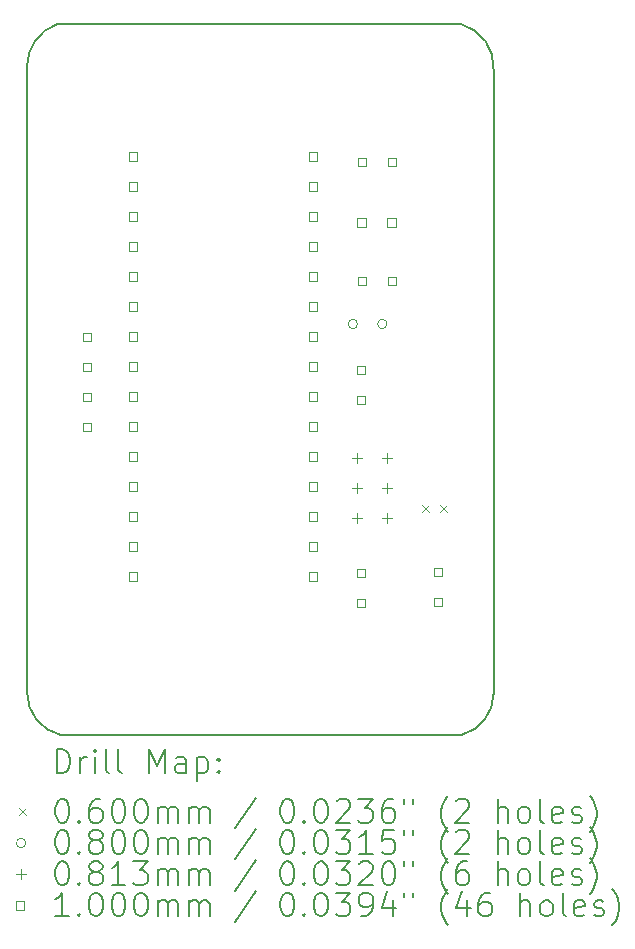
<source format=gbr>
%TF.GenerationSoftware,KiCad,Pcbnew,7.0.7*%
%TF.CreationDate,2023-10-16T17:53:01+02:00*%
%TF.ProjectId,arduino-nano-line-follower,61726475-696e-46f2-9d6e-616e6f2d6c69,0*%
%TF.SameCoordinates,Original*%
%TF.FileFunction,Drillmap*%
%TF.FilePolarity,Positive*%
%FSLAX45Y45*%
G04 Gerber Fmt 4.5, Leading zero omitted, Abs format (unit mm)*
G04 Created by KiCad (PCBNEW 7.0.7) date 2023-10-16 17:53:01*
%MOMM*%
%LPD*%
G01*
G04 APERTURE LIST*
%ADD10C,0.200000*%
%ADD11C,0.060000*%
%ADD12C,0.080000*%
%ADD13C,0.081280*%
%ADD14C,0.100000*%
G04 APERTURE END LIST*
D10*
X8709833Y-3479500D02*
G75*
G03*
X8450000Y-3840000I120167J-360500D01*
G01*
X8450000Y-9140000D02*
G75*
G03*
X8738504Y-9500913I370000J0D01*
G01*
X12129956Y-9498580D02*
G75*
G03*
X12400000Y-9150000I-89956J348580D01*
G01*
X8738504Y-9500913D02*
X12129956Y-9498580D01*
X8450000Y-3840000D02*
X8450000Y-9140000D01*
X12400000Y-3860000D02*
G75*
G03*
X12129173Y-3482978I-370000J20000D01*
G01*
X12400000Y-9150000D02*
X12400000Y-3860000D01*
X12129173Y-3482978D02*
X8709833Y-3479500D01*
D11*
X11795000Y-7556000D02*
X11855000Y-7616000D01*
X11855000Y-7556000D02*
X11795000Y-7616000D01*
X11945000Y-7556000D02*
X12005000Y-7616000D01*
X12005000Y-7556000D02*
X11945000Y-7616000D01*
D12*
X11248500Y-6020000D02*
G75*
G03*
X11248500Y-6020000I-40000J0D01*
G01*
X11498500Y-6020000D02*
G75*
G03*
X11498500Y-6020000I-40000J0D01*
G01*
D13*
X11246000Y-7115360D02*
X11246000Y-7196640D01*
X11205360Y-7156000D02*
X11286640Y-7156000D01*
X11246000Y-7369360D02*
X11246000Y-7450640D01*
X11205360Y-7410000D02*
X11286640Y-7410000D01*
X11246000Y-7623360D02*
X11246000Y-7704640D01*
X11205360Y-7664000D02*
X11286640Y-7664000D01*
X11500000Y-7115360D02*
X11500000Y-7196640D01*
X11459360Y-7156000D02*
X11540640Y-7156000D01*
X11500000Y-7369360D02*
X11500000Y-7450640D01*
X11459360Y-7410000D02*
X11540640Y-7410000D01*
X11500000Y-7623360D02*
X11500000Y-7704640D01*
X11459360Y-7664000D02*
X11540640Y-7664000D01*
D14*
X8995356Y-6165356D02*
X8995356Y-6094644D01*
X8924644Y-6094644D01*
X8924644Y-6165356D01*
X8995356Y-6165356D01*
X8995356Y-6419356D02*
X8995356Y-6348644D01*
X8924644Y-6348644D01*
X8924644Y-6419356D01*
X8995356Y-6419356D01*
X8995356Y-6673356D02*
X8995356Y-6602644D01*
X8924644Y-6602644D01*
X8924644Y-6673356D01*
X8995356Y-6673356D01*
X8995356Y-6927356D02*
X8995356Y-6856644D01*
X8924644Y-6856644D01*
X8924644Y-6927356D01*
X8995356Y-6927356D01*
X9381356Y-4637356D02*
X9381356Y-4566644D01*
X9310644Y-4566644D01*
X9310644Y-4637356D01*
X9381356Y-4637356D01*
X9381356Y-4891356D02*
X9381356Y-4820644D01*
X9310644Y-4820644D01*
X9310644Y-4891356D01*
X9381356Y-4891356D01*
X9381356Y-5145356D02*
X9381356Y-5074644D01*
X9310644Y-5074644D01*
X9310644Y-5145356D01*
X9381356Y-5145356D01*
X9381356Y-5399356D02*
X9381356Y-5328644D01*
X9310644Y-5328644D01*
X9310644Y-5399356D01*
X9381356Y-5399356D01*
X9381356Y-5653356D02*
X9381356Y-5582644D01*
X9310644Y-5582644D01*
X9310644Y-5653356D01*
X9381356Y-5653356D01*
X9381356Y-5907356D02*
X9381356Y-5836644D01*
X9310644Y-5836644D01*
X9310644Y-5907356D01*
X9381356Y-5907356D01*
X9381356Y-6161356D02*
X9381356Y-6090644D01*
X9310644Y-6090644D01*
X9310644Y-6161356D01*
X9381356Y-6161356D01*
X9381356Y-6415356D02*
X9381356Y-6344644D01*
X9310644Y-6344644D01*
X9310644Y-6415356D01*
X9381356Y-6415356D01*
X9381356Y-6669356D02*
X9381356Y-6598644D01*
X9310644Y-6598644D01*
X9310644Y-6669356D01*
X9381356Y-6669356D01*
X9381356Y-6923356D02*
X9381356Y-6852644D01*
X9310644Y-6852644D01*
X9310644Y-6923356D01*
X9381356Y-6923356D01*
X9381356Y-7177356D02*
X9381356Y-7106644D01*
X9310644Y-7106644D01*
X9310644Y-7177356D01*
X9381356Y-7177356D01*
X9381356Y-7431356D02*
X9381356Y-7360644D01*
X9310644Y-7360644D01*
X9310644Y-7431356D01*
X9381356Y-7431356D01*
X9381356Y-7685356D02*
X9381356Y-7614644D01*
X9310644Y-7614644D01*
X9310644Y-7685356D01*
X9381356Y-7685356D01*
X9381356Y-7939356D02*
X9381356Y-7868644D01*
X9310644Y-7868644D01*
X9310644Y-7939356D01*
X9381356Y-7939356D01*
X9381356Y-8193356D02*
X9381356Y-8122644D01*
X9310644Y-8122644D01*
X9310644Y-8193356D01*
X9381356Y-8193356D01*
X10905356Y-4637356D02*
X10905356Y-4566644D01*
X10834644Y-4566644D01*
X10834644Y-4637356D01*
X10905356Y-4637356D01*
X10905356Y-4891356D02*
X10905356Y-4820644D01*
X10834644Y-4820644D01*
X10834644Y-4891356D01*
X10905356Y-4891356D01*
X10905356Y-5145356D02*
X10905356Y-5074644D01*
X10834644Y-5074644D01*
X10834644Y-5145356D01*
X10905356Y-5145356D01*
X10905356Y-5399356D02*
X10905356Y-5328644D01*
X10834644Y-5328644D01*
X10834644Y-5399356D01*
X10905356Y-5399356D01*
X10905356Y-5653356D02*
X10905356Y-5582644D01*
X10834644Y-5582644D01*
X10834644Y-5653356D01*
X10905356Y-5653356D01*
X10905356Y-5907356D02*
X10905356Y-5836644D01*
X10834644Y-5836644D01*
X10834644Y-5907356D01*
X10905356Y-5907356D01*
X10905356Y-6161356D02*
X10905356Y-6090644D01*
X10834644Y-6090644D01*
X10834644Y-6161356D01*
X10905356Y-6161356D01*
X10905356Y-6415356D02*
X10905356Y-6344644D01*
X10834644Y-6344644D01*
X10834644Y-6415356D01*
X10905356Y-6415356D01*
X10905356Y-6669356D02*
X10905356Y-6598644D01*
X10834644Y-6598644D01*
X10834644Y-6669356D01*
X10905356Y-6669356D01*
X10905356Y-6923356D02*
X10905356Y-6852644D01*
X10834644Y-6852644D01*
X10834644Y-6923356D01*
X10905356Y-6923356D01*
X10905356Y-7177356D02*
X10905356Y-7106644D01*
X10834644Y-7106644D01*
X10834644Y-7177356D01*
X10905356Y-7177356D01*
X10905356Y-7431356D02*
X10905356Y-7360644D01*
X10834644Y-7360644D01*
X10834644Y-7431356D01*
X10905356Y-7431356D01*
X10905356Y-7685356D02*
X10905356Y-7614644D01*
X10834644Y-7614644D01*
X10834644Y-7685356D01*
X10905356Y-7685356D01*
X10905356Y-7939356D02*
X10905356Y-7868644D01*
X10834644Y-7868644D01*
X10834644Y-7939356D01*
X10905356Y-7939356D01*
X10905356Y-8193356D02*
X10905356Y-8122644D01*
X10834644Y-8122644D01*
X10834644Y-8193356D01*
X10905356Y-8193356D01*
X11315356Y-6445356D02*
X11315356Y-6374644D01*
X11244644Y-6374644D01*
X11244644Y-6445356D01*
X11315356Y-6445356D01*
X11315356Y-6699356D02*
X11315356Y-6628644D01*
X11244644Y-6628644D01*
X11244644Y-6699356D01*
X11315356Y-6699356D01*
X11315356Y-8165356D02*
X11315356Y-8094644D01*
X11244644Y-8094644D01*
X11244644Y-8165356D01*
X11315356Y-8165356D01*
X11315356Y-8419356D02*
X11315356Y-8348644D01*
X11244644Y-8348644D01*
X11244644Y-8419356D01*
X11315356Y-8419356D01*
X11317856Y-5195356D02*
X11317856Y-5124644D01*
X11247144Y-5124644D01*
X11247144Y-5195356D01*
X11317856Y-5195356D01*
X11320356Y-4682856D02*
X11320356Y-4612144D01*
X11249644Y-4612144D01*
X11249644Y-4682856D01*
X11320356Y-4682856D01*
X11321356Y-5692856D02*
X11321356Y-5622144D01*
X11250644Y-5622144D01*
X11250644Y-5692856D01*
X11321356Y-5692856D01*
X11571856Y-5195356D02*
X11571856Y-5124644D01*
X11501144Y-5124644D01*
X11501144Y-5195356D01*
X11571856Y-5195356D01*
X11574356Y-4682856D02*
X11574356Y-4612144D01*
X11503644Y-4612144D01*
X11503644Y-4682856D01*
X11574356Y-4682856D01*
X11575356Y-5692856D02*
X11575356Y-5622144D01*
X11504644Y-5622144D01*
X11504644Y-5692856D01*
X11575356Y-5692856D01*
X11965356Y-8155356D02*
X11965356Y-8084644D01*
X11894644Y-8084644D01*
X11894644Y-8155356D01*
X11965356Y-8155356D01*
X11965356Y-8409356D02*
X11965356Y-8338644D01*
X11894644Y-8338644D01*
X11894644Y-8409356D01*
X11965356Y-8409356D01*
D10*
X8700777Y-9822397D02*
X8700777Y-9622397D01*
X8700777Y-9622397D02*
X8748396Y-9622397D01*
X8748396Y-9622397D02*
X8776967Y-9631921D01*
X8776967Y-9631921D02*
X8796015Y-9650968D01*
X8796015Y-9650968D02*
X8805539Y-9670016D01*
X8805539Y-9670016D02*
X8815063Y-9708111D01*
X8815063Y-9708111D02*
X8815063Y-9736683D01*
X8815063Y-9736683D02*
X8805539Y-9774778D01*
X8805539Y-9774778D02*
X8796015Y-9793826D01*
X8796015Y-9793826D02*
X8776967Y-9812873D01*
X8776967Y-9812873D02*
X8748396Y-9822397D01*
X8748396Y-9822397D02*
X8700777Y-9822397D01*
X8900777Y-9822397D02*
X8900777Y-9689064D01*
X8900777Y-9727159D02*
X8910301Y-9708111D01*
X8910301Y-9708111D02*
X8919824Y-9698587D01*
X8919824Y-9698587D02*
X8938872Y-9689064D01*
X8938872Y-9689064D02*
X8957920Y-9689064D01*
X9024586Y-9822397D02*
X9024586Y-9689064D01*
X9024586Y-9622397D02*
X9015063Y-9631921D01*
X9015063Y-9631921D02*
X9024586Y-9641445D01*
X9024586Y-9641445D02*
X9034110Y-9631921D01*
X9034110Y-9631921D02*
X9024586Y-9622397D01*
X9024586Y-9622397D02*
X9024586Y-9641445D01*
X9148396Y-9822397D02*
X9129348Y-9812873D01*
X9129348Y-9812873D02*
X9119824Y-9793826D01*
X9119824Y-9793826D02*
X9119824Y-9622397D01*
X9253158Y-9822397D02*
X9234110Y-9812873D01*
X9234110Y-9812873D02*
X9224586Y-9793826D01*
X9224586Y-9793826D02*
X9224586Y-9622397D01*
X9481729Y-9822397D02*
X9481729Y-9622397D01*
X9481729Y-9622397D02*
X9548396Y-9765254D01*
X9548396Y-9765254D02*
X9615063Y-9622397D01*
X9615063Y-9622397D02*
X9615063Y-9822397D01*
X9796015Y-9822397D02*
X9796015Y-9717635D01*
X9796015Y-9717635D02*
X9786491Y-9698587D01*
X9786491Y-9698587D02*
X9767444Y-9689064D01*
X9767444Y-9689064D02*
X9729348Y-9689064D01*
X9729348Y-9689064D02*
X9710301Y-9698587D01*
X9796015Y-9812873D02*
X9776967Y-9822397D01*
X9776967Y-9822397D02*
X9729348Y-9822397D01*
X9729348Y-9822397D02*
X9710301Y-9812873D01*
X9710301Y-9812873D02*
X9700777Y-9793826D01*
X9700777Y-9793826D02*
X9700777Y-9774778D01*
X9700777Y-9774778D02*
X9710301Y-9755730D01*
X9710301Y-9755730D02*
X9729348Y-9746207D01*
X9729348Y-9746207D02*
X9776967Y-9746207D01*
X9776967Y-9746207D02*
X9796015Y-9736683D01*
X9891253Y-9689064D02*
X9891253Y-9889064D01*
X9891253Y-9698587D02*
X9910301Y-9689064D01*
X9910301Y-9689064D02*
X9948396Y-9689064D01*
X9948396Y-9689064D02*
X9967444Y-9698587D01*
X9967444Y-9698587D02*
X9976967Y-9708111D01*
X9976967Y-9708111D02*
X9986491Y-9727159D01*
X9986491Y-9727159D02*
X9986491Y-9784302D01*
X9986491Y-9784302D02*
X9976967Y-9803349D01*
X9976967Y-9803349D02*
X9967444Y-9812873D01*
X9967444Y-9812873D02*
X9948396Y-9822397D01*
X9948396Y-9822397D02*
X9910301Y-9822397D01*
X9910301Y-9822397D02*
X9891253Y-9812873D01*
X10072205Y-9803349D02*
X10081729Y-9812873D01*
X10081729Y-9812873D02*
X10072205Y-9822397D01*
X10072205Y-9822397D02*
X10062682Y-9812873D01*
X10062682Y-9812873D02*
X10072205Y-9803349D01*
X10072205Y-9803349D02*
X10072205Y-9822397D01*
X10072205Y-9698587D02*
X10081729Y-9708111D01*
X10081729Y-9708111D02*
X10072205Y-9717635D01*
X10072205Y-9717635D02*
X10062682Y-9708111D01*
X10062682Y-9708111D02*
X10072205Y-9698587D01*
X10072205Y-9698587D02*
X10072205Y-9717635D01*
D11*
X8380000Y-10120913D02*
X8440000Y-10180913D01*
X8440000Y-10120913D02*
X8380000Y-10180913D01*
D10*
X8738872Y-10042397D02*
X8757920Y-10042397D01*
X8757920Y-10042397D02*
X8776967Y-10051921D01*
X8776967Y-10051921D02*
X8786491Y-10061445D01*
X8786491Y-10061445D02*
X8796015Y-10080492D01*
X8796015Y-10080492D02*
X8805539Y-10118587D01*
X8805539Y-10118587D02*
X8805539Y-10166207D01*
X8805539Y-10166207D02*
X8796015Y-10204302D01*
X8796015Y-10204302D02*
X8786491Y-10223349D01*
X8786491Y-10223349D02*
X8776967Y-10232873D01*
X8776967Y-10232873D02*
X8757920Y-10242397D01*
X8757920Y-10242397D02*
X8738872Y-10242397D01*
X8738872Y-10242397D02*
X8719824Y-10232873D01*
X8719824Y-10232873D02*
X8710301Y-10223349D01*
X8710301Y-10223349D02*
X8700777Y-10204302D01*
X8700777Y-10204302D02*
X8691253Y-10166207D01*
X8691253Y-10166207D02*
X8691253Y-10118587D01*
X8691253Y-10118587D02*
X8700777Y-10080492D01*
X8700777Y-10080492D02*
X8710301Y-10061445D01*
X8710301Y-10061445D02*
X8719824Y-10051921D01*
X8719824Y-10051921D02*
X8738872Y-10042397D01*
X8891253Y-10223349D02*
X8900777Y-10232873D01*
X8900777Y-10232873D02*
X8891253Y-10242397D01*
X8891253Y-10242397D02*
X8881729Y-10232873D01*
X8881729Y-10232873D02*
X8891253Y-10223349D01*
X8891253Y-10223349D02*
X8891253Y-10242397D01*
X9072205Y-10042397D02*
X9034110Y-10042397D01*
X9034110Y-10042397D02*
X9015063Y-10051921D01*
X9015063Y-10051921D02*
X9005539Y-10061445D01*
X9005539Y-10061445D02*
X8986491Y-10090016D01*
X8986491Y-10090016D02*
X8976967Y-10128111D01*
X8976967Y-10128111D02*
X8976967Y-10204302D01*
X8976967Y-10204302D02*
X8986491Y-10223349D01*
X8986491Y-10223349D02*
X8996015Y-10232873D01*
X8996015Y-10232873D02*
X9015063Y-10242397D01*
X9015063Y-10242397D02*
X9053158Y-10242397D01*
X9053158Y-10242397D02*
X9072205Y-10232873D01*
X9072205Y-10232873D02*
X9081729Y-10223349D01*
X9081729Y-10223349D02*
X9091253Y-10204302D01*
X9091253Y-10204302D02*
X9091253Y-10156683D01*
X9091253Y-10156683D02*
X9081729Y-10137635D01*
X9081729Y-10137635D02*
X9072205Y-10128111D01*
X9072205Y-10128111D02*
X9053158Y-10118587D01*
X9053158Y-10118587D02*
X9015063Y-10118587D01*
X9015063Y-10118587D02*
X8996015Y-10128111D01*
X8996015Y-10128111D02*
X8986491Y-10137635D01*
X8986491Y-10137635D02*
X8976967Y-10156683D01*
X9215063Y-10042397D02*
X9234110Y-10042397D01*
X9234110Y-10042397D02*
X9253158Y-10051921D01*
X9253158Y-10051921D02*
X9262682Y-10061445D01*
X9262682Y-10061445D02*
X9272205Y-10080492D01*
X9272205Y-10080492D02*
X9281729Y-10118587D01*
X9281729Y-10118587D02*
X9281729Y-10166207D01*
X9281729Y-10166207D02*
X9272205Y-10204302D01*
X9272205Y-10204302D02*
X9262682Y-10223349D01*
X9262682Y-10223349D02*
X9253158Y-10232873D01*
X9253158Y-10232873D02*
X9234110Y-10242397D01*
X9234110Y-10242397D02*
X9215063Y-10242397D01*
X9215063Y-10242397D02*
X9196015Y-10232873D01*
X9196015Y-10232873D02*
X9186491Y-10223349D01*
X9186491Y-10223349D02*
X9176967Y-10204302D01*
X9176967Y-10204302D02*
X9167444Y-10166207D01*
X9167444Y-10166207D02*
X9167444Y-10118587D01*
X9167444Y-10118587D02*
X9176967Y-10080492D01*
X9176967Y-10080492D02*
X9186491Y-10061445D01*
X9186491Y-10061445D02*
X9196015Y-10051921D01*
X9196015Y-10051921D02*
X9215063Y-10042397D01*
X9405539Y-10042397D02*
X9424586Y-10042397D01*
X9424586Y-10042397D02*
X9443634Y-10051921D01*
X9443634Y-10051921D02*
X9453158Y-10061445D01*
X9453158Y-10061445D02*
X9462682Y-10080492D01*
X9462682Y-10080492D02*
X9472205Y-10118587D01*
X9472205Y-10118587D02*
X9472205Y-10166207D01*
X9472205Y-10166207D02*
X9462682Y-10204302D01*
X9462682Y-10204302D02*
X9453158Y-10223349D01*
X9453158Y-10223349D02*
X9443634Y-10232873D01*
X9443634Y-10232873D02*
X9424586Y-10242397D01*
X9424586Y-10242397D02*
X9405539Y-10242397D01*
X9405539Y-10242397D02*
X9386491Y-10232873D01*
X9386491Y-10232873D02*
X9376967Y-10223349D01*
X9376967Y-10223349D02*
X9367444Y-10204302D01*
X9367444Y-10204302D02*
X9357920Y-10166207D01*
X9357920Y-10166207D02*
X9357920Y-10118587D01*
X9357920Y-10118587D02*
X9367444Y-10080492D01*
X9367444Y-10080492D02*
X9376967Y-10061445D01*
X9376967Y-10061445D02*
X9386491Y-10051921D01*
X9386491Y-10051921D02*
X9405539Y-10042397D01*
X9557920Y-10242397D02*
X9557920Y-10109064D01*
X9557920Y-10128111D02*
X9567444Y-10118587D01*
X9567444Y-10118587D02*
X9586491Y-10109064D01*
X9586491Y-10109064D02*
X9615063Y-10109064D01*
X9615063Y-10109064D02*
X9634110Y-10118587D01*
X9634110Y-10118587D02*
X9643634Y-10137635D01*
X9643634Y-10137635D02*
X9643634Y-10242397D01*
X9643634Y-10137635D02*
X9653158Y-10118587D01*
X9653158Y-10118587D02*
X9672205Y-10109064D01*
X9672205Y-10109064D02*
X9700777Y-10109064D01*
X9700777Y-10109064D02*
X9719825Y-10118587D01*
X9719825Y-10118587D02*
X9729348Y-10137635D01*
X9729348Y-10137635D02*
X9729348Y-10242397D01*
X9824586Y-10242397D02*
X9824586Y-10109064D01*
X9824586Y-10128111D02*
X9834110Y-10118587D01*
X9834110Y-10118587D02*
X9853158Y-10109064D01*
X9853158Y-10109064D02*
X9881729Y-10109064D01*
X9881729Y-10109064D02*
X9900777Y-10118587D01*
X9900777Y-10118587D02*
X9910301Y-10137635D01*
X9910301Y-10137635D02*
X9910301Y-10242397D01*
X9910301Y-10137635D02*
X9919825Y-10118587D01*
X9919825Y-10118587D02*
X9938872Y-10109064D01*
X9938872Y-10109064D02*
X9967444Y-10109064D01*
X9967444Y-10109064D02*
X9986491Y-10118587D01*
X9986491Y-10118587D02*
X9996015Y-10137635D01*
X9996015Y-10137635D02*
X9996015Y-10242397D01*
X10386491Y-10032873D02*
X10215063Y-10290016D01*
X10643634Y-10042397D02*
X10662682Y-10042397D01*
X10662682Y-10042397D02*
X10681729Y-10051921D01*
X10681729Y-10051921D02*
X10691253Y-10061445D01*
X10691253Y-10061445D02*
X10700777Y-10080492D01*
X10700777Y-10080492D02*
X10710301Y-10118587D01*
X10710301Y-10118587D02*
X10710301Y-10166207D01*
X10710301Y-10166207D02*
X10700777Y-10204302D01*
X10700777Y-10204302D02*
X10691253Y-10223349D01*
X10691253Y-10223349D02*
X10681729Y-10232873D01*
X10681729Y-10232873D02*
X10662682Y-10242397D01*
X10662682Y-10242397D02*
X10643634Y-10242397D01*
X10643634Y-10242397D02*
X10624587Y-10232873D01*
X10624587Y-10232873D02*
X10615063Y-10223349D01*
X10615063Y-10223349D02*
X10605539Y-10204302D01*
X10605539Y-10204302D02*
X10596015Y-10166207D01*
X10596015Y-10166207D02*
X10596015Y-10118587D01*
X10596015Y-10118587D02*
X10605539Y-10080492D01*
X10605539Y-10080492D02*
X10615063Y-10061445D01*
X10615063Y-10061445D02*
X10624587Y-10051921D01*
X10624587Y-10051921D02*
X10643634Y-10042397D01*
X10796015Y-10223349D02*
X10805539Y-10232873D01*
X10805539Y-10232873D02*
X10796015Y-10242397D01*
X10796015Y-10242397D02*
X10786491Y-10232873D01*
X10786491Y-10232873D02*
X10796015Y-10223349D01*
X10796015Y-10223349D02*
X10796015Y-10242397D01*
X10929348Y-10042397D02*
X10948396Y-10042397D01*
X10948396Y-10042397D02*
X10967444Y-10051921D01*
X10967444Y-10051921D02*
X10976968Y-10061445D01*
X10976968Y-10061445D02*
X10986491Y-10080492D01*
X10986491Y-10080492D02*
X10996015Y-10118587D01*
X10996015Y-10118587D02*
X10996015Y-10166207D01*
X10996015Y-10166207D02*
X10986491Y-10204302D01*
X10986491Y-10204302D02*
X10976968Y-10223349D01*
X10976968Y-10223349D02*
X10967444Y-10232873D01*
X10967444Y-10232873D02*
X10948396Y-10242397D01*
X10948396Y-10242397D02*
X10929348Y-10242397D01*
X10929348Y-10242397D02*
X10910301Y-10232873D01*
X10910301Y-10232873D02*
X10900777Y-10223349D01*
X10900777Y-10223349D02*
X10891253Y-10204302D01*
X10891253Y-10204302D02*
X10881729Y-10166207D01*
X10881729Y-10166207D02*
X10881729Y-10118587D01*
X10881729Y-10118587D02*
X10891253Y-10080492D01*
X10891253Y-10080492D02*
X10900777Y-10061445D01*
X10900777Y-10061445D02*
X10910301Y-10051921D01*
X10910301Y-10051921D02*
X10929348Y-10042397D01*
X11072206Y-10061445D02*
X11081729Y-10051921D01*
X11081729Y-10051921D02*
X11100777Y-10042397D01*
X11100777Y-10042397D02*
X11148396Y-10042397D01*
X11148396Y-10042397D02*
X11167444Y-10051921D01*
X11167444Y-10051921D02*
X11176968Y-10061445D01*
X11176968Y-10061445D02*
X11186491Y-10080492D01*
X11186491Y-10080492D02*
X11186491Y-10099540D01*
X11186491Y-10099540D02*
X11176968Y-10128111D01*
X11176968Y-10128111D02*
X11062682Y-10242397D01*
X11062682Y-10242397D02*
X11186491Y-10242397D01*
X11253158Y-10042397D02*
X11376967Y-10042397D01*
X11376967Y-10042397D02*
X11310301Y-10118587D01*
X11310301Y-10118587D02*
X11338872Y-10118587D01*
X11338872Y-10118587D02*
X11357920Y-10128111D01*
X11357920Y-10128111D02*
X11367444Y-10137635D01*
X11367444Y-10137635D02*
X11376967Y-10156683D01*
X11376967Y-10156683D02*
X11376967Y-10204302D01*
X11376967Y-10204302D02*
X11367444Y-10223349D01*
X11367444Y-10223349D02*
X11357920Y-10232873D01*
X11357920Y-10232873D02*
X11338872Y-10242397D01*
X11338872Y-10242397D02*
X11281729Y-10242397D01*
X11281729Y-10242397D02*
X11262682Y-10232873D01*
X11262682Y-10232873D02*
X11253158Y-10223349D01*
X11548396Y-10042397D02*
X11510301Y-10042397D01*
X11510301Y-10042397D02*
X11491253Y-10051921D01*
X11491253Y-10051921D02*
X11481729Y-10061445D01*
X11481729Y-10061445D02*
X11462682Y-10090016D01*
X11462682Y-10090016D02*
X11453158Y-10128111D01*
X11453158Y-10128111D02*
X11453158Y-10204302D01*
X11453158Y-10204302D02*
X11462682Y-10223349D01*
X11462682Y-10223349D02*
X11472206Y-10232873D01*
X11472206Y-10232873D02*
X11491253Y-10242397D01*
X11491253Y-10242397D02*
X11529348Y-10242397D01*
X11529348Y-10242397D02*
X11548396Y-10232873D01*
X11548396Y-10232873D02*
X11557920Y-10223349D01*
X11557920Y-10223349D02*
X11567444Y-10204302D01*
X11567444Y-10204302D02*
X11567444Y-10156683D01*
X11567444Y-10156683D02*
X11557920Y-10137635D01*
X11557920Y-10137635D02*
X11548396Y-10128111D01*
X11548396Y-10128111D02*
X11529348Y-10118587D01*
X11529348Y-10118587D02*
X11491253Y-10118587D01*
X11491253Y-10118587D02*
X11472206Y-10128111D01*
X11472206Y-10128111D02*
X11462682Y-10137635D01*
X11462682Y-10137635D02*
X11453158Y-10156683D01*
X11643634Y-10042397D02*
X11643634Y-10080492D01*
X11719825Y-10042397D02*
X11719825Y-10080492D01*
X12015063Y-10318587D02*
X12005539Y-10309064D01*
X12005539Y-10309064D02*
X11986491Y-10280492D01*
X11986491Y-10280492D02*
X11976968Y-10261445D01*
X11976968Y-10261445D02*
X11967444Y-10232873D01*
X11967444Y-10232873D02*
X11957920Y-10185254D01*
X11957920Y-10185254D02*
X11957920Y-10147159D01*
X11957920Y-10147159D02*
X11967444Y-10099540D01*
X11967444Y-10099540D02*
X11976968Y-10070968D01*
X11976968Y-10070968D02*
X11986491Y-10051921D01*
X11986491Y-10051921D02*
X12005539Y-10023349D01*
X12005539Y-10023349D02*
X12015063Y-10013826D01*
X12081729Y-10061445D02*
X12091253Y-10051921D01*
X12091253Y-10051921D02*
X12110301Y-10042397D01*
X12110301Y-10042397D02*
X12157920Y-10042397D01*
X12157920Y-10042397D02*
X12176968Y-10051921D01*
X12176968Y-10051921D02*
X12186491Y-10061445D01*
X12186491Y-10061445D02*
X12196015Y-10080492D01*
X12196015Y-10080492D02*
X12196015Y-10099540D01*
X12196015Y-10099540D02*
X12186491Y-10128111D01*
X12186491Y-10128111D02*
X12072206Y-10242397D01*
X12072206Y-10242397D02*
X12196015Y-10242397D01*
X12434110Y-10242397D02*
X12434110Y-10042397D01*
X12519825Y-10242397D02*
X12519825Y-10137635D01*
X12519825Y-10137635D02*
X12510301Y-10118587D01*
X12510301Y-10118587D02*
X12491253Y-10109064D01*
X12491253Y-10109064D02*
X12462682Y-10109064D01*
X12462682Y-10109064D02*
X12443634Y-10118587D01*
X12443634Y-10118587D02*
X12434110Y-10128111D01*
X12643634Y-10242397D02*
X12624587Y-10232873D01*
X12624587Y-10232873D02*
X12615063Y-10223349D01*
X12615063Y-10223349D02*
X12605539Y-10204302D01*
X12605539Y-10204302D02*
X12605539Y-10147159D01*
X12605539Y-10147159D02*
X12615063Y-10128111D01*
X12615063Y-10128111D02*
X12624587Y-10118587D01*
X12624587Y-10118587D02*
X12643634Y-10109064D01*
X12643634Y-10109064D02*
X12672206Y-10109064D01*
X12672206Y-10109064D02*
X12691253Y-10118587D01*
X12691253Y-10118587D02*
X12700777Y-10128111D01*
X12700777Y-10128111D02*
X12710301Y-10147159D01*
X12710301Y-10147159D02*
X12710301Y-10204302D01*
X12710301Y-10204302D02*
X12700777Y-10223349D01*
X12700777Y-10223349D02*
X12691253Y-10232873D01*
X12691253Y-10232873D02*
X12672206Y-10242397D01*
X12672206Y-10242397D02*
X12643634Y-10242397D01*
X12824587Y-10242397D02*
X12805539Y-10232873D01*
X12805539Y-10232873D02*
X12796015Y-10213826D01*
X12796015Y-10213826D02*
X12796015Y-10042397D01*
X12976968Y-10232873D02*
X12957920Y-10242397D01*
X12957920Y-10242397D02*
X12919825Y-10242397D01*
X12919825Y-10242397D02*
X12900777Y-10232873D01*
X12900777Y-10232873D02*
X12891253Y-10213826D01*
X12891253Y-10213826D02*
X12891253Y-10137635D01*
X12891253Y-10137635D02*
X12900777Y-10118587D01*
X12900777Y-10118587D02*
X12919825Y-10109064D01*
X12919825Y-10109064D02*
X12957920Y-10109064D01*
X12957920Y-10109064D02*
X12976968Y-10118587D01*
X12976968Y-10118587D02*
X12986491Y-10137635D01*
X12986491Y-10137635D02*
X12986491Y-10156683D01*
X12986491Y-10156683D02*
X12891253Y-10175730D01*
X13062682Y-10232873D02*
X13081730Y-10242397D01*
X13081730Y-10242397D02*
X13119825Y-10242397D01*
X13119825Y-10242397D02*
X13138872Y-10232873D01*
X13138872Y-10232873D02*
X13148396Y-10213826D01*
X13148396Y-10213826D02*
X13148396Y-10204302D01*
X13148396Y-10204302D02*
X13138872Y-10185254D01*
X13138872Y-10185254D02*
X13119825Y-10175730D01*
X13119825Y-10175730D02*
X13091253Y-10175730D01*
X13091253Y-10175730D02*
X13072206Y-10166207D01*
X13072206Y-10166207D02*
X13062682Y-10147159D01*
X13062682Y-10147159D02*
X13062682Y-10137635D01*
X13062682Y-10137635D02*
X13072206Y-10118587D01*
X13072206Y-10118587D02*
X13091253Y-10109064D01*
X13091253Y-10109064D02*
X13119825Y-10109064D01*
X13119825Y-10109064D02*
X13138872Y-10118587D01*
X13215063Y-10318587D02*
X13224587Y-10309064D01*
X13224587Y-10309064D02*
X13243634Y-10280492D01*
X13243634Y-10280492D02*
X13253158Y-10261445D01*
X13253158Y-10261445D02*
X13262682Y-10232873D01*
X13262682Y-10232873D02*
X13272206Y-10185254D01*
X13272206Y-10185254D02*
X13272206Y-10147159D01*
X13272206Y-10147159D02*
X13262682Y-10099540D01*
X13262682Y-10099540D02*
X13253158Y-10070968D01*
X13253158Y-10070968D02*
X13243634Y-10051921D01*
X13243634Y-10051921D02*
X13224587Y-10023349D01*
X13224587Y-10023349D02*
X13215063Y-10013826D01*
D12*
X8440000Y-10414913D02*
G75*
G03*
X8440000Y-10414913I-40000J0D01*
G01*
D10*
X8738872Y-10306397D02*
X8757920Y-10306397D01*
X8757920Y-10306397D02*
X8776967Y-10315921D01*
X8776967Y-10315921D02*
X8786491Y-10325445D01*
X8786491Y-10325445D02*
X8796015Y-10344492D01*
X8796015Y-10344492D02*
X8805539Y-10382587D01*
X8805539Y-10382587D02*
X8805539Y-10430207D01*
X8805539Y-10430207D02*
X8796015Y-10468302D01*
X8796015Y-10468302D02*
X8786491Y-10487349D01*
X8786491Y-10487349D02*
X8776967Y-10496873D01*
X8776967Y-10496873D02*
X8757920Y-10506397D01*
X8757920Y-10506397D02*
X8738872Y-10506397D01*
X8738872Y-10506397D02*
X8719824Y-10496873D01*
X8719824Y-10496873D02*
X8710301Y-10487349D01*
X8710301Y-10487349D02*
X8700777Y-10468302D01*
X8700777Y-10468302D02*
X8691253Y-10430207D01*
X8691253Y-10430207D02*
X8691253Y-10382587D01*
X8691253Y-10382587D02*
X8700777Y-10344492D01*
X8700777Y-10344492D02*
X8710301Y-10325445D01*
X8710301Y-10325445D02*
X8719824Y-10315921D01*
X8719824Y-10315921D02*
X8738872Y-10306397D01*
X8891253Y-10487349D02*
X8900777Y-10496873D01*
X8900777Y-10496873D02*
X8891253Y-10506397D01*
X8891253Y-10506397D02*
X8881729Y-10496873D01*
X8881729Y-10496873D02*
X8891253Y-10487349D01*
X8891253Y-10487349D02*
X8891253Y-10506397D01*
X9015063Y-10392111D02*
X8996015Y-10382587D01*
X8996015Y-10382587D02*
X8986491Y-10373064D01*
X8986491Y-10373064D02*
X8976967Y-10354016D01*
X8976967Y-10354016D02*
X8976967Y-10344492D01*
X8976967Y-10344492D02*
X8986491Y-10325445D01*
X8986491Y-10325445D02*
X8996015Y-10315921D01*
X8996015Y-10315921D02*
X9015063Y-10306397D01*
X9015063Y-10306397D02*
X9053158Y-10306397D01*
X9053158Y-10306397D02*
X9072205Y-10315921D01*
X9072205Y-10315921D02*
X9081729Y-10325445D01*
X9081729Y-10325445D02*
X9091253Y-10344492D01*
X9091253Y-10344492D02*
X9091253Y-10354016D01*
X9091253Y-10354016D02*
X9081729Y-10373064D01*
X9081729Y-10373064D02*
X9072205Y-10382587D01*
X9072205Y-10382587D02*
X9053158Y-10392111D01*
X9053158Y-10392111D02*
X9015063Y-10392111D01*
X9015063Y-10392111D02*
X8996015Y-10401635D01*
X8996015Y-10401635D02*
X8986491Y-10411159D01*
X8986491Y-10411159D02*
X8976967Y-10430207D01*
X8976967Y-10430207D02*
X8976967Y-10468302D01*
X8976967Y-10468302D02*
X8986491Y-10487349D01*
X8986491Y-10487349D02*
X8996015Y-10496873D01*
X8996015Y-10496873D02*
X9015063Y-10506397D01*
X9015063Y-10506397D02*
X9053158Y-10506397D01*
X9053158Y-10506397D02*
X9072205Y-10496873D01*
X9072205Y-10496873D02*
X9081729Y-10487349D01*
X9081729Y-10487349D02*
X9091253Y-10468302D01*
X9091253Y-10468302D02*
X9091253Y-10430207D01*
X9091253Y-10430207D02*
X9081729Y-10411159D01*
X9081729Y-10411159D02*
X9072205Y-10401635D01*
X9072205Y-10401635D02*
X9053158Y-10392111D01*
X9215063Y-10306397D02*
X9234110Y-10306397D01*
X9234110Y-10306397D02*
X9253158Y-10315921D01*
X9253158Y-10315921D02*
X9262682Y-10325445D01*
X9262682Y-10325445D02*
X9272205Y-10344492D01*
X9272205Y-10344492D02*
X9281729Y-10382587D01*
X9281729Y-10382587D02*
X9281729Y-10430207D01*
X9281729Y-10430207D02*
X9272205Y-10468302D01*
X9272205Y-10468302D02*
X9262682Y-10487349D01*
X9262682Y-10487349D02*
X9253158Y-10496873D01*
X9253158Y-10496873D02*
X9234110Y-10506397D01*
X9234110Y-10506397D02*
X9215063Y-10506397D01*
X9215063Y-10506397D02*
X9196015Y-10496873D01*
X9196015Y-10496873D02*
X9186491Y-10487349D01*
X9186491Y-10487349D02*
X9176967Y-10468302D01*
X9176967Y-10468302D02*
X9167444Y-10430207D01*
X9167444Y-10430207D02*
X9167444Y-10382587D01*
X9167444Y-10382587D02*
X9176967Y-10344492D01*
X9176967Y-10344492D02*
X9186491Y-10325445D01*
X9186491Y-10325445D02*
X9196015Y-10315921D01*
X9196015Y-10315921D02*
X9215063Y-10306397D01*
X9405539Y-10306397D02*
X9424586Y-10306397D01*
X9424586Y-10306397D02*
X9443634Y-10315921D01*
X9443634Y-10315921D02*
X9453158Y-10325445D01*
X9453158Y-10325445D02*
X9462682Y-10344492D01*
X9462682Y-10344492D02*
X9472205Y-10382587D01*
X9472205Y-10382587D02*
X9472205Y-10430207D01*
X9472205Y-10430207D02*
X9462682Y-10468302D01*
X9462682Y-10468302D02*
X9453158Y-10487349D01*
X9453158Y-10487349D02*
X9443634Y-10496873D01*
X9443634Y-10496873D02*
X9424586Y-10506397D01*
X9424586Y-10506397D02*
X9405539Y-10506397D01*
X9405539Y-10506397D02*
X9386491Y-10496873D01*
X9386491Y-10496873D02*
X9376967Y-10487349D01*
X9376967Y-10487349D02*
X9367444Y-10468302D01*
X9367444Y-10468302D02*
X9357920Y-10430207D01*
X9357920Y-10430207D02*
X9357920Y-10382587D01*
X9357920Y-10382587D02*
X9367444Y-10344492D01*
X9367444Y-10344492D02*
X9376967Y-10325445D01*
X9376967Y-10325445D02*
X9386491Y-10315921D01*
X9386491Y-10315921D02*
X9405539Y-10306397D01*
X9557920Y-10506397D02*
X9557920Y-10373064D01*
X9557920Y-10392111D02*
X9567444Y-10382587D01*
X9567444Y-10382587D02*
X9586491Y-10373064D01*
X9586491Y-10373064D02*
X9615063Y-10373064D01*
X9615063Y-10373064D02*
X9634110Y-10382587D01*
X9634110Y-10382587D02*
X9643634Y-10401635D01*
X9643634Y-10401635D02*
X9643634Y-10506397D01*
X9643634Y-10401635D02*
X9653158Y-10382587D01*
X9653158Y-10382587D02*
X9672205Y-10373064D01*
X9672205Y-10373064D02*
X9700777Y-10373064D01*
X9700777Y-10373064D02*
X9719825Y-10382587D01*
X9719825Y-10382587D02*
X9729348Y-10401635D01*
X9729348Y-10401635D02*
X9729348Y-10506397D01*
X9824586Y-10506397D02*
X9824586Y-10373064D01*
X9824586Y-10392111D02*
X9834110Y-10382587D01*
X9834110Y-10382587D02*
X9853158Y-10373064D01*
X9853158Y-10373064D02*
X9881729Y-10373064D01*
X9881729Y-10373064D02*
X9900777Y-10382587D01*
X9900777Y-10382587D02*
X9910301Y-10401635D01*
X9910301Y-10401635D02*
X9910301Y-10506397D01*
X9910301Y-10401635D02*
X9919825Y-10382587D01*
X9919825Y-10382587D02*
X9938872Y-10373064D01*
X9938872Y-10373064D02*
X9967444Y-10373064D01*
X9967444Y-10373064D02*
X9986491Y-10382587D01*
X9986491Y-10382587D02*
X9996015Y-10401635D01*
X9996015Y-10401635D02*
X9996015Y-10506397D01*
X10386491Y-10296873D02*
X10215063Y-10554016D01*
X10643634Y-10306397D02*
X10662682Y-10306397D01*
X10662682Y-10306397D02*
X10681729Y-10315921D01*
X10681729Y-10315921D02*
X10691253Y-10325445D01*
X10691253Y-10325445D02*
X10700777Y-10344492D01*
X10700777Y-10344492D02*
X10710301Y-10382587D01*
X10710301Y-10382587D02*
X10710301Y-10430207D01*
X10710301Y-10430207D02*
X10700777Y-10468302D01*
X10700777Y-10468302D02*
X10691253Y-10487349D01*
X10691253Y-10487349D02*
X10681729Y-10496873D01*
X10681729Y-10496873D02*
X10662682Y-10506397D01*
X10662682Y-10506397D02*
X10643634Y-10506397D01*
X10643634Y-10506397D02*
X10624587Y-10496873D01*
X10624587Y-10496873D02*
X10615063Y-10487349D01*
X10615063Y-10487349D02*
X10605539Y-10468302D01*
X10605539Y-10468302D02*
X10596015Y-10430207D01*
X10596015Y-10430207D02*
X10596015Y-10382587D01*
X10596015Y-10382587D02*
X10605539Y-10344492D01*
X10605539Y-10344492D02*
X10615063Y-10325445D01*
X10615063Y-10325445D02*
X10624587Y-10315921D01*
X10624587Y-10315921D02*
X10643634Y-10306397D01*
X10796015Y-10487349D02*
X10805539Y-10496873D01*
X10805539Y-10496873D02*
X10796015Y-10506397D01*
X10796015Y-10506397D02*
X10786491Y-10496873D01*
X10786491Y-10496873D02*
X10796015Y-10487349D01*
X10796015Y-10487349D02*
X10796015Y-10506397D01*
X10929348Y-10306397D02*
X10948396Y-10306397D01*
X10948396Y-10306397D02*
X10967444Y-10315921D01*
X10967444Y-10315921D02*
X10976968Y-10325445D01*
X10976968Y-10325445D02*
X10986491Y-10344492D01*
X10986491Y-10344492D02*
X10996015Y-10382587D01*
X10996015Y-10382587D02*
X10996015Y-10430207D01*
X10996015Y-10430207D02*
X10986491Y-10468302D01*
X10986491Y-10468302D02*
X10976968Y-10487349D01*
X10976968Y-10487349D02*
X10967444Y-10496873D01*
X10967444Y-10496873D02*
X10948396Y-10506397D01*
X10948396Y-10506397D02*
X10929348Y-10506397D01*
X10929348Y-10506397D02*
X10910301Y-10496873D01*
X10910301Y-10496873D02*
X10900777Y-10487349D01*
X10900777Y-10487349D02*
X10891253Y-10468302D01*
X10891253Y-10468302D02*
X10881729Y-10430207D01*
X10881729Y-10430207D02*
X10881729Y-10382587D01*
X10881729Y-10382587D02*
X10891253Y-10344492D01*
X10891253Y-10344492D02*
X10900777Y-10325445D01*
X10900777Y-10325445D02*
X10910301Y-10315921D01*
X10910301Y-10315921D02*
X10929348Y-10306397D01*
X11062682Y-10306397D02*
X11186491Y-10306397D01*
X11186491Y-10306397D02*
X11119825Y-10382587D01*
X11119825Y-10382587D02*
X11148396Y-10382587D01*
X11148396Y-10382587D02*
X11167444Y-10392111D01*
X11167444Y-10392111D02*
X11176968Y-10401635D01*
X11176968Y-10401635D02*
X11186491Y-10420683D01*
X11186491Y-10420683D02*
X11186491Y-10468302D01*
X11186491Y-10468302D02*
X11176968Y-10487349D01*
X11176968Y-10487349D02*
X11167444Y-10496873D01*
X11167444Y-10496873D02*
X11148396Y-10506397D01*
X11148396Y-10506397D02*
X11091253Y-10506397D01*
X11091253Y-10506397D02*
X11072206Y-10496873D01*
X11072206Y-10496873D02*
X11062682Y-10487349D01*
X11376967Y-10506397D02*
X11262682Y-10506397D01*
X11319825Y-10506397D02*
X11319825Y-10306397D01*
X11319825Y-10306397D02*
X11300777Y-10334968D01*
X11300777Y-10334968D02*
X11281729Y-10354016D01*
X11281729Y-10354016D02*
X11262682Y-10363540D01*
X11557920Y-10306397D02*
X11462682Y-10306397D01*
X11462682Y-10306397D02*
X11453158Y-10401635D01*
X11453158Y-10401635D02*
X11462682Y-10392111D01*
X11462682Y-10392111D02*
X11481729Y-10382587D01*
X11481729Y-10382587D02*
X11529348Y-10382587D01*
X11529348Y-10382587D02*
X11548396Y-10392111D01*
X11548396Y-10392111D02*
X11557920Y-10401635D01*
X11557920Y-10401635D02*
X11567444Y-10420683D01*
X11567444Y-10420683D02*
X11567444Y-10468302D01*
X11567444Y-10468302D02*
X11557920Y-10487349D01*
X11557920Y-10487349D02*
X11548396Y-10496873D01*
X11548396Y-10496873D02*
X11529348Y-10506397D01*
X11529348Y-10506397D02*
X11481729Y-10506397D01*
X11481729Y-10506397D02*
X11462682Y-10496873D01*
X11462682Y-10496873D02*
X11453158Y-10487349D01*
X11643634Y-10306397D02*
X11643634Y-10344492D01*
X11719825Y-10306397D02*
X11719825Y-10344492D01*
X12015063Y-10582587D02*
X12005539Y-10573064D01*
X12005539Y-10573064D02*
X11986491Y-10544492D01*
X11986491Y-10544492D02*
X11976968Y-10525445D01*
X11976968Y-10525445D02*
X11967444Y-10496873D01*
X11967444Y-10496873D02*
X11957920Y-10449254D01*
X11957920Y-10449254D02*
X11957920Y-10411159D01*
X11957920Y-10411159D02*
X11967444Y-10363540D01*
X11967444Y-10363540D02*
X11976968Y-10334968D01*
X11976968Y-10334968D02*
X11986491Y-10315921D01*
X11986491Y-10315921D02*
X12005539Y-10287349D01*
X12005539Y-10287349D02*
X12015063Y-10277826D01*
X12081729Y-10325445D02*
X12091253Y-10315921D01*
X12091253Y-10315921D02*
X12110301Y-10306397D01*
X12110301Y-10306397D02*
X12157920Y-10306397D01*
X12157920Y-10306397D02*
X12176968Y-10315921D01*
X12176968Y-10315921D02*
X12186491Y-10325445D01*
X12186491Y-10325445D02*
X12196015Y-10344492D01*
X12196015Y-10344492D02*
X12196015Y-10363540D01*
X12196015Y-10363540D02*
X12186491Y-10392111D01*
X12186491Y-10392111D02*
X12072206Y-10506397D01*
X12072206Y-10506397D02*
X12196015Y-10506397D01*
X12434110Y-10506397D02*
X12434110Y-10306397D01*
X12519825Y-10506397D02*
X12519825Y-10401635D01*
X12519825Y-10401635D02*
X12510301Y-10382587D01*
X12510301Y-10382587D02*
X12491253Y-10373064D01*
X12491253Y-10373064D02*
X12462682Y-10373064D01*
X12462682Y-10373064D02*
X12443634Y-10382587D01*
X12443634Y-10382587D02*
X12434110Y-10392111D01*
X12643634Y-10506397D02*
X12624587Y-10496873D01*
X12624587Y-10496873D02*
X12615063Y-10487349D01*
X12615063Y-10487349D02*
X12605539Y-10468302D01*
X12605539Y-10468302D02*
X12605539Y-10411159D01*
X12605539Y-10411159D02*
X12615063Y-10392111D01*
X12615063Y-10392111D02*
X12624587Y-10382587D01*
X12624587Y-10382587D02*
X12643634Y-10373064D01*
X12643634Y-10373064D02*
X12672206Y-10373064D01*
X12672206Y-10373064D02*
X12691253Y-10382587D01*
X12691253Y-10382587D02*
X12700777Y-10392111D01*
X12700777Y-10392111D02*
X12710301Y-10411159D01*
X12710301Y-10411159D02*
X12710301Y-10468302D01*
X12710301Y-10468302D02*
X12700777Y-10487349D01*
X12700777Y-10487349D02*
X12691253Y-10496873D01*
X12691253Y-10496873D02*
X12672206Y-10506397D01*
X12672206Y-10506397D02*
X12643634Y-10506397D01*
X12824587Y-10506397D02*
X12805539Y-10496873D01*
X12805539Y-10496873D02*
X12796015Y-10477826D01*
X12796015Y-10477826D02*
X12796015Y-10306397D01*
X12976968Y-10496873D02*
X12957920Y-10506397D01*
X12957920Y-10506397D02*
X12919825Y-10506397D01*
X12919825Y-10506397D02*
X12900777Y-10496873D01*
X12900777Y-10496873D02*
X12891253Y-10477826D01*
X12891253Y-10477826D02*
X12891253Y-10401635D01*
X12891253Y-10401635D02*
X12900777Y-10382587D01*
X12900777Y-10382587D02*
X12919825Y-10373064D01*
X12919825Y-10373064D02*
X12957920Y-10373064D01*
X12957920Y-10373064D02*
X12976968Y-10382587D01*
X12976968Y-10382587D02*
X12986491Y-10401635D01*
X12986491Y-10401635D02*
X12986491Y-10420683D01*
X12986491Y-10420683D02*
X12891253Y-10439730D01*
X13062682Y-10496873D02*
X13081730Y-10506397D01*
X13081730Y-10506397D02*
X13119825Y-10506397D01*
X13119825Y-10506397D02*
X13138872Y-10496873D01*
X13138872Y-10496873D02*
X13148396Y-10477826D01*
X13148396Y-10477826D02*
X13148396Y-10468302D01*
X13148396Y-10468302D02*
X13138872Y-10449254D01*
X13138872Y-10449254D02*
X13119825Y-10439730D01*
X13119825Y-10439730D02*
X13091253Y-10439730D01*
X13091253Y-10439730D02*
X13072206Y-10430207D01*
X13072206Y-10430207D02*
X13062682Y-10411159D01*
X13062682Y-10411159D02*
X13062682Y-10401635D01*
X13062682Y-10401635D02*
X13072206Y-10382587D01*
X13072206Y-10382587D02*
X13091253Y-10373064D01*
X13091253Y-10373064D02*
X13119825Y-10373064D01*
X13119825Y-10373064D02*
X13138872Y-10382587D01*
X13215063Y-10582587D02*
X13224587Y-10573064D01*
X13224587Y-10573064D02*
X13243634Y-10544492D01*
X13243634Y-10544492D02*
X13253158Y-10525445D01*
X13253158Y-10525445D02*
X13262682Y-10496873D01*
X13262682Y-10496873D02*
X13272206Y-10449254D01*
X13272206Y-10449254D02*
X13272206Y-10411159D01*
X13272206Y-10411159D02*
X13262682Y-10363540D01*
X13262682Y-10363540D02*
X13253158Y-10334968D01*
X13253158Y-10334968D02*
X13243634Y-10315921D01*
X13243634Y-10315921D02*
X13224587Y-10287349D01*
X13224587Y-10287349D02*
X13215063Y-10277826D01*
D13*
X8399360Y-10638273D02*
X8399360Y-10719553D01*
X8358720Y-10678913D02*
X8440000Y-10678913D01*
D10*
X8738872Y-10570397D02*
X8757920Y-10570397D01*
X8757920Y-10570397D02*
X8776967Y-10579921D01*
X8776967Y-10579921D02*
X8786491Y-10589445D01*
X8786491Y-10589445D02*
X8796015Y-10608492D01*
X8796015Y-10608492D02*
X8805539Y-10646587D01*
X8805539Y-10646587D02*
X8805539Y-10694207D01*
X8805539Y-10694207D02*
X8796015Y-10732302D01*
X8796015Y-10732302D02*
X8786491Y-10751349D01*
X8786491Y-10751349D02*
X8776967Y-10760873D01*
X8776967Y-10760873D02*
X8757920Y-10770397D01*
X8757920Y-10770397D02*
X8738872Y-10770397D01*
X8738872Y-10770397D02*
X8719824Y-10760873D01*
X8719824Y-10760873D02*
X8710301Y-10751349D01*
X8710301Y-10751349D02*
X8700777Y-10732302D01*
X8700777Y-10732302D02*
X8691253Y-10694207D01*
X8691253Y-10694207D02*
X8691253Y-10646587D01*
X8691253Y-10646587D02*
X8700777Y-10608492D01*
X8700777Y-10608492D02*
X8710301Y-10589445D01*
X8710301Y-10589445D02*
X8719824Y-10579921D01*
X8719824Y-10579921D02*
X8738872Y-10570397D01*
X8891253Y-10751349D02*
X8900777Y-10760873D01*
X8900777Y-10760873D02*
X8891253Y-10770397D01*
X8891253Y-10770397D02*
X8881729Y-10760873D01*
X8881729Y-10760873D02*
X8891253Y-10751349D01*
X8891253Y-10751349D02*
X8891253Y-10770397D01*
X9015063Y-10656111D02*
X8996015Y-10646587D01*
X8996015Y-10646587D02*
X8986491Y-10637064D01*
X8986491Y-10637064D02*
X8976967Y-10618016D01*
X8976967Y-10618016D02*
X8976967Y-10608492D01*
X8976967Y-10608492D02*
X8986491Y-10589445D01*
X8986491Y-10589445D02*
X8996015Y-10579921D01*
X8996015Y-10579921D02*
X9015063Y-10570397D01*
X9015063Y-10570397D02*
X9053158Y-10570397D01*
X9053158Y-10570397D02*
X9072205Y-10579921D01*
X9072205Y-10579921D02*
X9081729Y-10589445D01*
X9081729Y-10589445D02*
X9091253Y-10608492D01*
X9091253Y-10608492D02*
X9091253Y-10618016D01*
X9091253Y-10618016D02*
X9081729Y-10637064D01*
X9081729Y-10637064D02*
X9072205Y-10646587D01*
X9072205Y-10646587D02*
X9053158Y-10656111D01*
X9053158Y-10656111D02*
X9015063Y-10656111D01*
X9015063Y-10656111D02*
X8996015Y-10665635D01*
X8996015Y-10665635D02*
X8986491Y-10675159D01*
X8986491Y-10675159D02*
X8976967Y-10694207D01*
X8976967Y-10694207D02*
X8976967Y-10732302D01*
X8976967Y-10732302D02*
X8986491Y-10751349D01*
X8986491Y-10751349D02*
X8996015Y-10760873D01*
X8996015Y-10760873D02*
X9015063Y-10770397D01*
X9015063Y-10770397D02*
X9053158Y-10770397D01*
X9053158Y-10770397D02*
X9072205Y-10760873D01*
X9072205Y-10760873D02*
X9081729Y-10751349D01*
X9081729Y-10751349D02*
X9091253Y-10732302D01*
X9091253Y-10732302D02*
X9091253Y-10694207D01*
X9091253Y-10694207D02*
X9081729Y-10675159D01*
X9081729Y-10675159D02*
X9072205Y-10665635D01*
X9072205Y-10665635D02*
X9053158Y-10656111D01*
X9281729Y-10770397D02*
X9167444Y-10770397D01*
X9224586Y-10770397D02*
X9224586Y-10570397D01*
X9224586Y-10570397D02*
X9205539Y-10598968D01*
X9205539Y-10598968D02*
X9186491Y-10618016D01*
X9186491Y-10618016D02*
X9167444Y-10627540D01*
X9348396Y-10570397D02*
X9472205Y-10570397D01*
X9472205Y-10570397D02*
X9405539Y-10646587D01*
X9405539Y-10646587D02*
X9434110Y-10646587D01*
X9434110Y-10646587D02*
X9453158Y-10656111D01*
X9453158Y-10656111D02*
X9462682Y-10665635D01*
X9462682Y-10665635D02*
X9472205Y-10684683D01*
X9472205Y-10684683D02*
X9472205Y-10732302D01*
X9472205Y-10732302D02*
X9462682Y-10751349D01*
X9462682Y-10751349D02*
X9453158Y-10760873D01*
X9453158Y-10760873D02*
X9434110Y-10770397D01*
X9434110Y-10770397D02*
X9376967Y-10770397D01*
X9376967Y-10770397D02*
X9357920Y-10760873D01*
X9357920Y-10760873D02*
X9348396Y-10751349D01*
X9557920Y-10770397D02*
X9557920Y-10637064D01*
X9557920Y-10656111D02*
X9567444Y-10646587D01*
X9567444Y-10646587D02*
X9586491Y-10637064D01*
X9586491Y-10637064D02*
X9615063Y-10637064D01*
X9615063Y-10637064D02*
X9634110Y-10646587D01*
X9634110Y-10646587D02*
X9643634Y-10665635D01*
X9643634Y-10665635D02*
X9643634Y-10770397D01*
X9643634Y-10665635D02*
X9653158Y-10646587D01*
X9653158Y-10646587D02*
X9672205Y-10637064D01*
X9672205Y-10637064D02*
X9700777Y-10637064D01*
X9700777Y-10637064D02*
X9719825Y-10646587D01*
X9719825Y-10646587D02*
X9729348Y-10665635D01*
X9729348Y-10665635D02*
X9729348Y-10770397D01*
X9824586Y-10770397D02*
X9824586Y-10637064D01*
X9824586Y-10656111D02*
X9834110Y-10646587D01*
X9834110Y-10646587D02*
X9853158Y-10637064D01*
X9853158Y-10637064D02*
X9881729Y-10637064D01*
X9881729Y-10637064D02*
X9900777Y-10646587D01*
X9900777Y-10646587D02*
X9910301Y-10665635D01*
X9910301Y-10665635D02*
X9910301Y-10770397D01*
X9910301Y-10665635D02*
X9919825Y-10646587D01*
X9919825Y-10646587D02*
X9938872Y-10637064D01*
X9938872Y-10637064D02*
X9967444Y-10637064D01*
X9967444Y-10637064D02*
X9986491Y-10646587D01*
X9986491Y-10646587D02*
X9996015Y-10665635D01*
X9996015Y-10665635D02*
X9996015Y-10770397D01*
X10386491Y-10560873D02*
X10215063Y-10818016D01*
X10643634Y-10570397D02*
X10662682Y-10570397D01*
X10662682Y-10570397D02*
X10681729Y-10579921D01*
X10681729Y-10579921D02*
X10691253Y-10589445D01*
X10691253Y-10589445D02*
X10700777Y-10608492D01*
X10700777Y-10608492D02*
X10710301Y-10646587D01*
X10710301Y-10646587D02*
X10710301Y-10694207D01*
X10710301Y-10694207D02*
X10700777Y-10732302D01*
X10700777Y-10732302D02*
X10691253Y-10751349D01*
X10691253Y-10751349D02*
X10681729Y-10760873D01*
X10681729Y-10760873D02*
X10662682Y-10770397D01*
X10662682Y-10770397D02*
X10643634Y-10770397D01*
X10643634Y-10770397D02*
X10624587Y-10760873D01*
X10624587Y-10760873D02*
X10615063Y-10751349D01*
X10615063Y-10751349D02*
X10605539Y-10732302D01*
X10605539Y-10732302D02*
X10596015Y-10694207D01*
X10596015Y-10694207D02*
X10596015Y-10646587D01*
X10596015Y-10646587D02*
X10605539Y-10608492D01*
X10605539Y-10608492D02*
X10615063Y-10589445D01*
X10615063Y-10589445D02*
X10624587Y-10579921D01*
X10624587Y-10579921D02*
X10643634Y-10570397D01*
X10796015Y-10751349D02*
X10805539Y-10760873D01*
X10805539Y-10760873D02*
X10796015Y-10770397D01*
X10796015Y-10770397D02*
X10786491Y-10760873D01*
X10786491Y-10760873D02*
X10796015Y-10751349D01*
X10796015Y-10751349D02*
X10796015Y-10770397D01*
X10929348Y-10570397D02*
X10948396Y-10570397D01*
X10948396Y-10570397D02*
X10967444Y-10579921D01*
X10967444Y-10579921D02*
X10976968Y-10589445D01*
X10976968Y-10589445D02*
X10986491Y-10608492D01*
X10986491Y-10608492D02*
X10996015Y-10646587D01*
X10996015Y-10646587D02*
X10996015Y-10694207D01*
X10996015Y-10694207D02*
X10986491Y-10732302D01*
X10986491Y-10732302D02*
X10976968Y-10751349D01*
X10976968Y-10751349D02*
X10967444Y-10760873D01*
X10967444Y-10760873D02*
X10948396Y-10770397D01*
X10948396Y-10770397D02*
X10929348Y-10770397D01*
X10929348Y-10770397D02*
X10910301Y-10760873D01*
X10910301Y-10760873D02*
X10900777Y-10751349D01*
X10900777Y-10751349D02*
X10891253Y-10732302D01*
X10891253Y-10732302D02*
X10881729Y-10694207D01*
X10881729Y-10694207D02*
X10881729Y-10646587D01*
X10881729Y-10646587D02*
X10891253Y-10608492D01*
X10891253Y-10608492D02*
X10900777Y-10589445D01*
X10900777Y-10589445D02*
X10910301Y-10579921D01*
X10910301Y-10579921D02*
X10929348Y-10570397D01*
X11062682Y-10570397D02*
X11186491Y-10570397D01*
X11186491Y-10570397D02*
X11119825Y-10646587D01*
X11119825Y-10646587D02*
X11148396Y-10646587D01*
X11148396Y-10646587D02*
X11167444Y-10656111D01*
X11167444Y-10656111D02*
X11176968Y-10665635D01*
X11176968Y-10665635D02*
X11186491Y-10684683D01*
X11186491Y-10684683D02*
X11186491Y-10732302D01*
X11186491Y-10732302D02*
X11176968Y-10751349D01*
X11176968Y-10751349D02*
X11167444Y-10760873D01*
X11167444Y-10760873D02*
X11148396Y-10770397D01*
X11148396Y-10770397D02*
X11091253Y-10770397D01*
X11091253Y-10770397D02*
X11072206Y-10760873D01*
X11072206Y-10760873D02*
X11062682Y-10751349D01*
X11262682Y-10589445D02*
X11272206Y-10579921D01*
X11272206Y-10579921D02*
X11291253Y-10570397D01*
X11291253Y-10570397D02*
X11338872Y-10570397D01*
X11338872Y-10570397D02*
X11357920Y-10579921D01*
X11357920Y-10579921D02*
X11367444Y-10589445D01*
X11367444Y-10589445D02*
X11376967Y-10608492D01*
X11376967Y-10608492D02*
X11376967Y-10627540D01*
X11376967Y-10627540D02*
X11367444Y-10656111D01*
X11367444Y-10656111D02*
X11253158Y-10770397D01*
X11253158Y-10770397D02*
X11376967Y-10770397D01*
X11500777Y-10570397D02*
X11519825Y-10570397D01*
X11519825Y-10570397D02*
X11538872Y-10579921D01*
X11538872Y-10579921D02*
X11548396Y-10589445D01*
X11548396Y-10589445D02*
X11557920Y-10608492D01*
X11557920Y-10608492D02*
X11567444Y-10646587D01*
X11567444Y-10646587D02*
X11567444Y-10694207D01*
X11567444Y-10694207D02*
X11557920Y-10732302D01*
X11557920Y-10732302D02*
X11548396Y-10751349D01*
X11548396Y-10751349D02*
X11538872Y-10760873D01*
X11538872Y-10760873D02*
X11519825Y-10770397D01*
X11519825Y-10770397D02*
X11500777Y-10770397D01*
X11500777Y-10770397D02*
X11481729Y-10760873D01*
X11481729Y-10760873D02*
X11472206Y-10751349D01*
X11472206Y-10751349D02*
X11462682Y-10732302D01*
X11462682Y-10732302D02*
X11453158Y-10694207D01*
X11453158Y-10694207D02*
X11453158Y-10646587D01*
X11453158Y-10646587D02*
X11462682Y-10608492D01*
X11462682Y-10608492D02*
X11472206Y-10589445D01*
X11472206Y-10589445D02*
X11481729Y-10579921D01*
X11481729Y-10579921D02*
X11500777Y-10570397D01*
X11643634Y-10570397D02*
X11643634Y-10608492D01*
X11719825Y-10570397D02*
X11719825Y-10608492D01*
X12015063Y-10846587D02*
X12005539Y-10837064D01*
X12005539Y-10837064D02*
X11986491Y-10808492D01*
X11986491Y-10808492D02*
X11976968Y-10789445D01*
X11976968Y-10789445D02*
X11967444Y-10760873D01*
X11967444Y-10760873D02*
X11957920Y-10713254D01*
X11957920Y-10713254D02*
X11957920Y-10675159D01*
X11957920Y-10675159D02*
X11967444Y-10627540D01*
X11967444Y-10627540D02*
X11976968Y-10598968D01*
X11976968Y-10598968D02*
X11986491Y-10579921D01*
X11986491Y-10579921D02*
X12005539Y-10551349D01*
X12005539Y-10551349D02*
X12015063Y-10541826D01*
X12176968Y-10570397D02*
X12138872Y-10570397D01*
X12138872Y-10570397D02*
X12119825Y-10579921D01*
X12119825Y-10579921D02*
X12110301Y-10589445D01*
X12110301Y-10589445D02*
X12091253Y-10618016D01*
X12091253Y-10618016D02*
X12081729Y-10656111D01*
X12081729Y-10656111D02*
X12081729Y-10732302D01*
X12081729Y-10732302D02*
X12091253Y-10751349D01*
X12091253Y-10751349D02*
X12100777Y-10760873D01*
X12100777Y-10760873D02*
X12119825Y-10770397D01*
X12119825Y-10770397D02*
X12157920Y-10770397D01*
X12157920Y-10770397D02*
X12176968Y-10760873D01*
X12176968Y-10760873D02*
X12186491Y-10751349D01*
X12186491Y-10751349D02*
X12196015Y-10732302D01*
X12196015Y-10732302D02*
X12196015Y-10684683D01*
X12196015Y-10684683D02*
X12186491Y-10665635D01*
X12186491Y-10665635D02*
X12176968Y-10656111D01*
X12176968Y-10656111D02*
X12157920Y-10646587D01*
X12157920Y-10646587D02*
X12119825Y-10646587D01*
X12119825Y-10646587D02*
X12100777Y-10656111D01*
X12100777Y-10656111D02*
X12091253Y-10665635D01*
X12091253Y-10665635D02*
X12081729Y-10684683D01*
X12434110Y-10770397D02*
X12434110Y-10570397D01*
X12519825Y-10770397D02*
X12519825Y-10665635D01*
X12519825Y-10665635D02*
X12510301Y-10646587D01*
X12510301Y-10646587D02*
X12491253Y-10637064D01*
X12491253Y-10637064D02*
X12462682Y-10637064D01*
X12462682Y-10637064D02*
X12443634Y-10646587D01*
X12443634Y-10646587D02*
X12434110Y-10656111D01*
X12643634Y-10770397D02*
X12624587Y-10760873D01*
X12624587Y-10760873D02*
X12615063Y-10751349D01*
X12615063Y-10751349D02*
X12605539Y-10732302D01*
X12605539Y-10732302D02*
X12605539Y-10675159D01*
X12605539Y-10675159D02*
X12615063Y-10656111D01*
X12615063Y-10656111D02*
X12624587Y-10646587D01*
X12624587Y-10646587D02*
X12643634Y-10637064D01*
X12643634Y-10637064D02*
X12672206Y-10637064D01*
X12672206Y-10637064D02*
X12691253Y-10646587D01*
X12691253Y-10646587D02*
X12700777Y-10656111D01*
X12700777Y-10656111D02*
X12710301Y-10675159D01*
X12710301Y-10675159D02*
X12710301Y-10732302D01*
X12710301Y-10732302D02*
X12700777Y-10751349D01*
X12700777Y-10751349D02*
X12691253Y-10760873D01*
X12691253Y-10760873D02*
X12672206Y-10770397D01*
X12672206Y-10770397D02*
X12643634Y-10770397D01*
X12824587Y-10770397D02*
X12805539Y-10760873D01*
X12805539Y-10760873D02*
X12796015Y-10741826D01*
X12796015Y-10741826D02*
X12796015Y-10570397D01*
X12976968Y-10760873D02*
X12957920Y-10770397D01*
X12957920Y-10770397D02*
X12919825Y-10770397D01*
X12919825Y-10770397D02*
X12900777Y-10760873D01*
X12900777Y-10760873D02*
X12891253Y-10741826D01*
X12891253Y-10741826D02*
X12891253Y-10665635D01*
X12891253Y-10665635D02*
X12900777Y-10646587D01*
X12900777Y-10646587D02*
X12919825Y-10637064D01*
X12919825Y-10637064D02*
X12957920Y-10637064D01*
X12957920Y-10637064D02*
X12976968Y-10646587D01*
X12976968Y-10646587D02*
X12986491Y-10665635D01*
X12986491Y-10665635D02*
X12986491Y-10684683D01*
X12986491Y-10684683D02*
X12891253Y-10703730D01*
X13062682Y-10760873D02*
X13081730Y-10770397D01*
X13081730Y-10770397D02*
X13119825Y-10770397D01*
X13119825Y-10770397D02*
X13138872Y-10760873D01*
X13138872Y-10760873D02*
X13148396Y-10741826D01*
X13148396Y-10741826D02*
X13148396Y-10732302D01*
X13148396Y-10732302D02*
X13138872Y-10713254D01*
X13138872Y-10713254D02*
X13119825Y-10703730D01*
X13119825Y-10703730D02*
X13091253Y-10703730D01*
X13091253Y-10703730D02*
X13072206Y-10694207D01*
X13072206Y-10694207D02*
X13062682Y-10675159D01*
X13062682Y-10675159D02*
X13062682Y-10665635D01*
X13062682Y-10665635D02*
X13072206Y-10646587D01*
X13072206Y-10646587D02*
X13091253Y-10637064D01*
X13091253Y-10637064D02*
X13119825Y-10637064D01*
X13119825Y-10637064D02*
X13138872Y-10646587D01*
X13215063Y-10846587D02*
X13224587Y-10837064D01*
X13224587Y-10837064D02*
X13243634Y-10808492D01*
X13243634Y-10808492D02*
X13253158Y-10789445D01*
X13253158Y-10789445D02*
X13262682Y-10760873D01*
X13262682Y-10760873D02*
X13272206Y-10713254D01*
X13272206Y-10713254D02*
X13272206Y-10675159D01*
X13272206Y-10675159D02*
X13262682Y-10627540D01*
X13262682Y-10627540D02*
X13253158Y-10598968D01*
X13253158Y-10598968D02*
X13243634Y-10579921D01*
X13243634Y-10579921D02*
X13224587Y-10551349D01*
X13224587Y-10551349D02*
X13215063Y-10541826D01*
D14*
X8425356Y-10978269D02*
X8425356Y-10907558D01*
X8354644Y-10907558D01*
X8354644Y-10978269D01*
X8425356Y-10978269D01*
D10*
X8805539Y-11034397D02*
X8691253Y-11034397D01*
X8748396Y-11034397D02*
X8748396Y-10834397D01*
X8748396Y-10834397D02*
X8729348Y-10862968D01*
X8729348Y-10862968D02*
X8710301Y-10882016D01*
X8710301Y-10882016D02*
X8691253Y-10891540D01*
X8891253Y-11015349D02*
X8900777Y-11024873D01*
X8900777Y-11024873D02*
X8891253Y-11034397D01*
X8891253Y-11034397D02*
X8881729Y-11024873D01*
X8881729Y-11024873D02*
X8891253Y-11015349D01*
X8891253Y-11015349D02*
X8891253Y-11034397D01*
X9024586Y-10834397D02*
X9043634Y-10834397D01*
X9043634Y-10834397D02*
X9062682Y-10843921D01*
X9062682Y-10843921D02*
X9072205Y-10853445D01*
X9072205Y-10853445D02*
X9081729Y-10872492D01*
X9081729Y-10872492D02*
X9091253Y-10910587D01*
X9091253Y-10910587D02*
X9091253Y-10958207D01*
X9091253Y-10958207D02*
X9081729Y-10996302D01*
X9081729Y-10996302D02*
X9072205Y-11015349D01*
X9072205Y-11015349D02*
X9062682Y-11024873D01*
X9062682Y-11024873D02*
X9043634Y-11034397D01*
X9043634Y-11034397D02*
X9024586Y-11034397D01*
X9024586Y-11034397D02*
X9005539Y-11024873D01*
X9005539Y-11024873D02*
X8996015Y-11015349D01*
X8996015Y-11015349D02*
X8986491Y-10996302D01*
X8986491Y-10996302D02*
X8976967Y-10958207D01*
X8976967Y-10958207D02*
X8976967Y-10910587D01*
X8976967Y-10910587D02*
X8986491Y-10872492D01*
X8986491Y-10872492D02*
X8996015Y-10853445D01*
X8996015Y-10853445D02*
X9005539Y-10843921D01*
X9005539Y-10843921D02*
X9024586Y-10834397D01*
X9215063Y-10834397D02*
X9234110Y-10834397D01*
X9234110Y-10834397D02*
X9253158Y-10843921D01*
X9253158Y-10843921D02*
X9262682Y-10853445D01*
X9262682Y-10853445D02*
X9272205Y-10872492D01*
X9272205Y-10872492D02*
X9281729Y-10910587D01*
X9281729Y-10910587D02*
X9281729Y-10958207D01*
X9281729Y-10958207D02*
X9272205Y-10996302D01*
X9272205Y-10996302D02*
X9262682Y-11015349D01*
X9262682Y-11015349D02*
X9253158Y-11024873D01*
X9253158Y-11024873D02*
X9234110Y-11034397D01*
X9234110Y-11034397D02*
X9215063Y-11034397D01*
X9215063Y-11034397D02*
X9196015Y-11024873D01*
X9196015Y-11024873D02*
X9186491Y-11015349D01*
X9186491Y-11015349D02*
X9176967Y-10996302D01*
X9176967Y-10996302D02*
X9167444Y-10958207D01*
X9167444Y-10958207D02*
X9167444Y-10910587D01*
X9167444Y-10910587D02*
X9176967Y-10872492D01*
X9176967Y-10872492D02*
X9186491Y-10853445D01*
X9186491Y-10853445D02*
X9196015Y-10843921D01*
X9196015Y-10843921D02*
X9215063Y-10834397D01*
X9405539Y-10834397D02*
X9424586Y-10834397D01*
X9424586Y-10834397D02*
X9443634Y-10843921D01*
X9443634Y-10843921D02*
X9453158Y-10853445D01*
X9453158Y-10853445D02*
X9462682Y-10872492D01*
X9462682Y-10872492D02*
X9472205Y-10910587D01*
X9472205Y-10910587D02*
X9472205Y-10958207D01*
X9472205Y-10958207D02*
X9462682Y-10996302D01*
X9462682Y-10996302D02*
X9453158Y-11015349D01*
X9453158Y-11015349D02*
X9443634Y-11024873D01*
X9443634Y-11024873D02*
X9424586Y-11034397D01*
X9424586Y-11034397D02*
X9405539Y-11034397D01*
X9405539Y-11034397D02*
X9386491Y-11024873D01*
X9386491Y-11024873D02*
X9376967Y-11015349D01*
X9376967Y-11015349D02*
X9367444Y-10996302D01*
X9367444Y-10996302D02*
X9357920Y-10958207D01*
X9357920Y-10958207D02*
X9357920Y-10910587D01*
X9357920Y-10910587D02*
X9367444Y-10872492D01*
X9367444Y-10872492D02*
X9376967Y-10853445D01*
X9376967Y-10853445D02*
X9386491Y-10843921D01*
X9386491Y-10843921D02*
X9405539Y-10834397D01*
X9557920Y-11034397D02*
X9557920Y-10901064D01*
X9557920Y-10920111D02*
X9567444Y-10910587D01*
X9567444Y-10910587D02*
X9586491Y-10901064D01*
X9586491Y-10901064D02*
X9615063Y-10901064D01*
X9615063Y-10901064D02*
X9634110Y-10910587D01*
X9634110Y-10910587D02*
X9643634Y-10929635D01*
X9643634Y-10929635D02*
X9643634Y-11034397D01*
X9643634Y-10929635D02*
X9653158Y-10910587D01*
X9653158Y-10910587D02*
X9672205Y-10901064D01*
X9672205Y-10901064D02*
X9700777Y-10901064D01*
X9700777Y-10901064D02*
X9719825Y-10910587D01*
X9719825Y-10910587D02*
X9729348Y-10929635D01*
X9729348Y-10929635D02*
X9729348Y-11034397D01*
X9824586Y-11034397D02*
X9824586Y-10901064D01*
X9824586Y-10920111D02*
X9834110Y-10910587D01*
X9834110Y-10910587D02*
X9853158Y-10901064D01*
X9853158Y-10901064D02*
X9881729Y-10901064D01*
X9881729Y-10901064D02*
X9900777Y-10910587D01*
X9900777Y-10910587D02*
X9910301Y-10929635D01*
X9910301Y-10929635D02*
X9910301Y-11034397D01*
X9910301Y-10929635D02*
X9919825Y-10910587D01*
X9919825Y-10910587D02*
X9938872Y-10901064D01*
X9938872Y-10901064D02*
X9967444Y-10901064D01*
X9967444Y-10901064D02*
X9986491Y-10910587D01*
X9986491Y-10910587D02*
X9996015Y-10929635D01*
X9996015Y-10929635D02*
X9996015Y-11034397D01*
X10386491Y-10824873D02*
X10215063Y-11082016D01*
X10643634Y-10834397D02*
X10662682Y-10834397D01*
X10662682Y-10834397D02*
X10681729Y-10843921D01*
X10681729Y-10843921D02*
X10691253Y-10853445D01*
X10691253Y-10853445D02*
X10700777Y-10872492D01*
X10700777Y-10872492D02*
X10710301Y-10910587D01*
X10710301Y-10910587D02*
X10710301Y-10958207D01*
X10710301Y-10958207D02*
X10700777Y-10996302D01*
X10700777Y-10996302D02*
X10691253Y-11015349D01*
X10691253Y-11015349D02*
X10681729Y-11024873D01*
X10681729Y-11024873D02*
X10662682Y-11034397D01*
X10662682Y-11034397D02*
X10643634Y-11034397D01*
X10643634Y-11034397D02*
X10624587Y-11024873D01*
X10624587Y-11024873D02*
X10615063Y-11015349D01*
X10615063Y-11015349D02*
X10605539Y-10996302D01*
X10605539Y-10996302D02*
X10596015Y-10958207D01*
X10596015Y-10958207D02*
X10596015Y-10910587D01*
X10596015Y-10910587D02*
X10605539Y-10872492D01*
X10605539Y-10872492D02*
X10615063Y-10853445D01*
X10615063Y-10853445D02*
X10624587Y-10843921D01*
X10624587Y-10843921D02*
X10643634Y-10834397D01*
X10796015Y-11015349D02*
X10805539Y-11024873D01*
X10805539Y-11024873D02*
X10796015Y-11034397D01*
X10796015Y-11034397D02*
X10786491Y-11024873D01*
X10786491Y-11024873D02*
X10796015Y-11015349D01*
X10796015Y-11015349D02*
X10796015Y-11034397D01*
X10929348Y-10834397D02*
X10948396Y-10834397D01*
X10948396Y-10834397D02*
X10967444Y-10843921D01*
X10967444Y-10843921D02*
X10976968Y-10853445D01*
X10976968Y-10853445D02*
X10986491Y-10872492D01*
X10986491Y-10872492D02*
X10996015Y-10910587D01*
X10996015Y-10910587D02*
X10996015Y-10958207D01*
X10996015Y-10958207D02*
X10986491Y-10996302D01*
X10986491Y-10996302D02*
X10976968Y-11015349D01*
X10976968Y-11015349D02*
X10967444Y-11024873D01*
X10967444Y-11024873D02*
X10948396Y-11034397D01*
X10948396Y-11034397D02*
X10929348Y-11034397D01*
X10929348Y-11034397D02*
X10910301Y-11024873D01*
X10910301Y-11024873D02*
X10900777Y-11015349D01*
X10900777Y-11015349D02*
X10891253Y-10996302D01*
X10891253Y-10996302D02*
X10881729Y-10958207D01*
X10881729Y-10958207D02*
X10881729Y-10910587D01*
X10881729Y-10910587D02*
X10891253Y-10872492D01*
X10891253Y-10872492D02*
X10900777Y-10853445D01*
X10900777Y-10853445D02*
X10910301Y-10843921D01*
X10910301Y-10843921D02*
X10929348Y-10834397D01*
X11062682Y-10834397D02*
X11186491Y-10834397D01*
X11186491Y-10834397D02*
X11119825Y-10910587D01*
X11119825Y-10910587D02*
X11148396Y-10910587D01*
X11148396Y-10910587D02*
X11167444Y-10920111D01*
X11167444Y-10920111D02*
X11176968Y-10929635D01*
X11176968Y-10929635D02*
X11186491Y-10948683D01*
X11186491Y-10948683D02*
X11186491Y-10996302D01*
X11186491Y-10996302D02*
X11176968Y-11015349D01*
X11176968Y-11015349D02*
X11167444Y-11024873D01*
X11167444Y-11024873D02*
X11148396Y-11034397D01*
X11148396Y-11034397D02*
X11091253Y-11034397D01*
X11091253Y-11034397D02*
X11072206Y-11024873D01*
X11072206Y-11024873D02*
X11062682Y-11015349D01*
X11281729Y-11034397D02*
X11319825Y-11034397D01*
X11319825Y-11034397D02*
X11338872Y-11024873D01*
X11338872Y-11024873D02*
X11348396Y-11015349D01*
X11348396Y-11015349D02*
X11367444Y-10986778D01*
X11367444Y-10986778D02*
X11376967Y-10948683D01*
X11376967Y-10948683D02*
X11376967Y-10872492D01*
X11376967Y-10872492D02*
X11367444Y-10853445D01*
X11367444Y-10853445D02*
X11357920Y-10843921D01*
X11357920Y-10843921D02*
X11338872Y-10834397D01*
X11338872Y-10834397D02*
X11300777Y-10834397D01*
X11300777Y-10834397D02*
X11281729Y-10843921D01*
X11281729Y-10843921D02*
X11272206Y-10853445D01*
X11272206Y-10853445D02*
X11262682Y-10872492D01*
X11262682Y-10872492D02*
X11262682Y-10920111D01*
X11262682Y-10920111D02*
X11272206Y-10939159D01*
X11272206Y-10939159D02*
X11281729Y-10948683D01*
X11281729Y-10948683D02*
X11300777Y-10958207D01*
X11300777Y-10958207D02*
X11338872Y-10958207D01*
X11338872Y-10958207D02*
X11357920Y-10948683D01*
X11357920Y-10948683D02*
X11367444Y-10939159D01*
X11367444Y-10939159D02*
X11376967Y-10920111D01*
X11548396Y-10901064D02*
X11548396Y-11034397D01*
X11500777Y-10824873D02*
X11453158Y-10967730D01*
X11453158Y-10967730D02*
X11576967Y-10967730D01*
X11643634Y-10834397D02*
X11643634Y-10872492D01*
X11719825Y-10834397D02*
X11719825Y-10872492D01*
X12015063Y-11110587D02*
X12005539Y-11101064D01*
X12005539Y-11101064D02*
X11986491Y-11072492D01*
X11986491Y-11072492D02*
X11976968Y-11053445D01*
X11976968Y-11053445D02*
X11967444Y-11024873D01*
X11967444Y-11024873D02*
X11957920Y-10977254D01*
X11957920Y-10977254D02*
X11957920Y-10939159D01*
X11957920Y-10939159D02*
X11967444Y-10891540D01*
X11967444Y-10891540D02*
X11976968Y-10862968D01*
X11976968Y-10862968D02*
X11986491Y-10843921D01*
X11986491Y-10843921D02*
X12005539Y-10815349D01*
X12005539Y-10815349D02*
X12015063Y-10805826D01*
X12176968Y-10901064D02*
X12176968Y-11034397D01*
X12129348Y-10824873D02*
X12081729Y-10967730D01*
X12081729Y-10967730D02*
X12205539Y-10967730D01*
X12367444Y-10834397D02*
X12329348Y-10834397D01*
X12329348Y-10834397D02*
X12310301Y-10843921D01*
X12310301Y-10843921D02*
X12300777Y-10853445D01*
X12300777Y-10853445D02*
X12281729Y-10882016D01*
X12281729Y-10882016D02*
X12272206Y-10920111D01*
X12272206Y-10920111D02*
X12272206Y-10996302D01*
X12272206Y-10996302D02*
X12281729Y-11015349D01*
X12281729Y-11015349D02*
X12291253Y-11024873D01*
X12291253Y-11024873D02*
X12310301Y-11034397D01*
X12310301Y-11034397D02*
X12348396Y-11034397D01*
X12348396Y-11034397D02*
X12367444Y-11024873D01*
X12367444Y-11024873D02*
X12376968Y-11015349D01*
X12376968Y-11015349D02*
X12386491Y-10996302D01*
X12386491Y-10996302D02*
X12386491Y-10948683D01*
X12386491Y-10948683D02*
X12376968Y-10929635D01*
X12376968Y-10929635D02*
X12367444Y-10920111D01*
X12367444Y-10920111D02*
X12348396Y-10910587D01*
X12348396Y-10910587D02*
X12310301Y-10910587D01*
X12310301Y-10910587D02*
X12291253Y-10920111D01*
X12291253Y-10920111D02*
X12281729Y-10929635D01*
X12281729Y-10929635D02*
X12272206Y-10948683D01*
X12624587Y-11034397D02*
X12624587Y-10834397D01*
X12710301Y-11034397D02*
X12710301Y-10929635D01*
X12710301Y-10929635D02*
X12700777Y-10910587D01*
X12700777Y-10910587D02*
X12681730Y-10901064D01*
X12681730Y-10901064D02*
X12653158Y-10901064D01*
X12653158Y-10901064D02*
X12634110Y-10910587D01*
X12634110Y-10910587D02*
X12624587Y-10920111D01*
X12834110Y-11034397D02*
X12815063Y-11024873D01*
X12815063Y-11024873D02*
X12805539Y-11015349D01*
X12805539Y-11015349D02*
X12796015Y-10996302D01*
X12796015Y-10996302D02*
X12796015Y-10939159D01*
X12796015Y-10939159D02*
X12805539Y-10920111D01*
X12805539Y-10920111D02*
X12815063Y-10910587D01*
X12815063Y-10910587D02*
X12834110Y-10901064D01*
X12834110Y-10901064D02*
X12862682Y-10901064D01*
X12862682Y-10901064D02*
X12881730Y-10910587D01*
X12881730Y-10910587D02*
X12891253Y-10920111D01*
X12891253Y-10920111D02*
X12900777Y-10939159D01*
X12900777Y-10939159D02*
X12900777Y-10996302D01*
X12900777Y-10996302D02*
X12891253Y-11015349D01*
X12891253Y-11015349D02*
X12881730Y-11024873D01*
X12881730Y-11024873D02*
X12862682Y-11034397D01*
X12862682Y-11034397D02*
X12834110Y-11034397D01*
X13015063Y-11034397D02*
X12996015Y-11024873D01*
X12996015Y-11024873D02*
X12986491Y-11005826D01*
X12986491Y-11005826D02*
X12986491Y-10834397D01*
X13167444Y-11024873D02*
X13148396Y-11034397D01*
X13148396Y-11034397D02*
X13110301Y-11034397D01*
X13110301Y-11034397D02*
X13091253Y-11024873D01*
X13091253Y-11024873D02*
X13081730Y-11005826D01*
X13081730Y-11005826D02*
X13081730Y-10929635D01*
X13081730Y-10929635D02*
X13091253Y-10910587D01*
X13091253Y-10910587D02*
X13110301Y-10901064D01*
X13110301Y-10901064D02*
X13148396Y-10901064D01*
X13148396Y-10901064D02*
X13167444Y-10910587D01*
X13167444Y-10910587D02*
X13176968Y-10929635D01*
X13176968Y-10929635D02*
X13176968Y-10948683D01*
X13176968Y-10948683D02*
X13081730Y-10967730D01*
X13253158Y-11024873D02*
X13272206Y-11034397D01*
X13272206Y-11034397D02*
X13310301Y-11034397D01*
X13310301Y-11034397D02*
X13329349Y-11024873D01*
X13329349Y-11024873D02*
X13338872Y-11005826D01*
X13338872Y-11005826D02*
X13338872Y-10996302D01*
X13338872Y-10996302D02*
X13329349Y-10977254D01*
X13329349Y-10977254D02*
X13310301Y-10967730D01*
X13310301Y-10967730D02*
X13281730Y-10967730D01*
X13281730Y-10967730D02*
X13262682Y-10958207D01*
X13262682Y-10958207D02*
X13253158Y-10939159D01*
X13253158Y-10939159D02*
X13253158Y-10929635D01*
X13253158Y-10929635D02*
X13262682Y-10910587D01*
X13262682Y-10910587D02*
X13281730Y-10901064D01*
X13281730Y-10901064D02*
X13310301Y-10901064D01*
X13310301Y-10901064D02*
X13329349Y-10910587D01*
X13405539Y-11110587D02*
X13415063Y-11101064D01*
X13415063Y-11101064D02*
X13434111Y-11072492D01*
X13434111Y-11072492D02*
X13443634Y-11053445D01*
X13443634Y-11053445D02*
X13453158Y-11024873D01*
X13453158Y-11024873D02*
X13462682Y-10977254D01*
X13462682Y-10977254D02*
X13462682Y-10939159D01*
X13462682Y-10939159D02*
X13453158Y-10891540D01*
X13453158Y-10891540D02*
X13443634Y-10862968D01*
X13443634Y-10862968D02*
X13434111Y-10843921D01*
X13434111Y-10843921D02*
X13415063Y-10815349D01*
X13415063Y-10815349D02*
X13405539Y-10805826D01*
M02*

</source>
